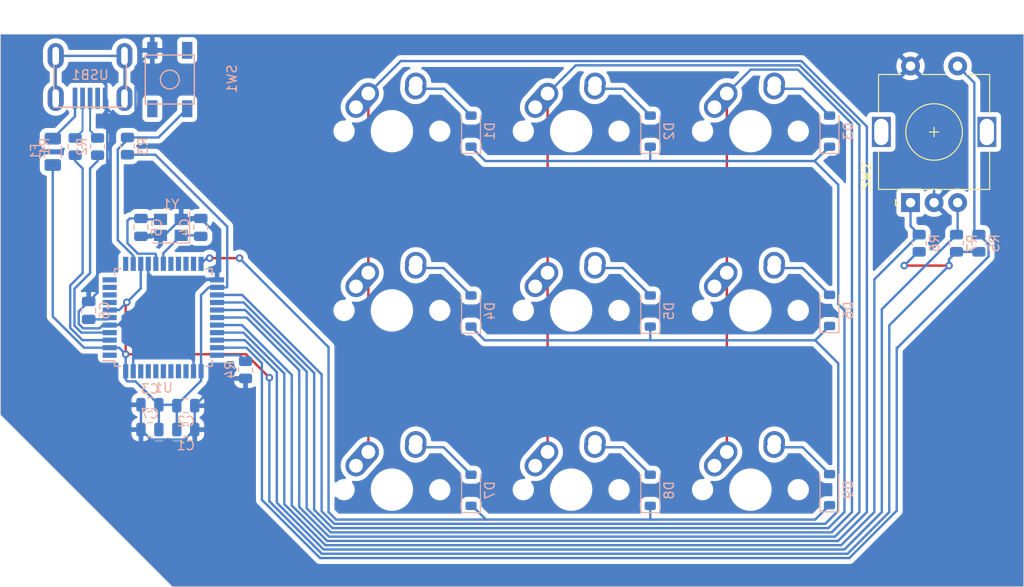
<source format=kicad_pcb>
(kicad_pcb (version 20221018) (generator pcbnew)
  (layers (0 "F.Cu" signal) (31 "B.Cu" signal) (34 "B.Paste" user) (35 "F.Paste" user) (36 "B.SilkS" user "B.Silkscreen") (37 "F.SilkS" user "F.Silkscreen") (38 "B.Mask" user) (39 "F.Mask" user) (44 "Edge.Cuts" user))
  (net 0 "")
  (net 1 "+5V")
  (net 2 "GND")
  (net 3 "Net-(U1-XTAL1)")
  (net 4 "Net-(U1-XTAL2)")
  (net 5 "Net-(U1-UCAP)")
  (net 6 "ROW0")
  (net 7 "Net-(D1-A)")
  (net 8 "Net-(D2-A)")
  (net 9 "Net-(D3-A)")
  (net 10 "ROW1")
  (net 11 "Net-(D4-A)")
  (net 12 "Net-(D5-A)")
  (net 13 "Net-(D6-A)")
  (net 14 "ROW2")
  (net 15 "Net-(D7-A)")
  (net 16 "Net-(D8-A)")
  (net 17 "Net-(D9-A)")
  (net 18 "VCC")
  (net 19 "D-")
  (net 20 "Net-(U1-D-)")
  (net 21 "D+")
  (net 22 "Net-(U1-D+)")
  (net 23 "Net-(U1-~{RESET})")
  (net 24 "Net-(U1-~{HWB}{slash}PE2)")
  (net 43 "unconnected-(USB1-SHIELD-Pad6)")
  (net 44 "COL0")
  (net 45 "COL1")
  (net 46 "COL2")
  (net 47 "ENCBTN")
  (net 48 "ENCA")
  (net 49 "ENCB")
  (footprint "MX_Alps_Hybrid:MX-1U-NoLED" (layer "F.Cu") (at 186.61975 85.617)
    (fp_text reference "MX7")
    (fp_text value "MX-NoLED")
  )
  (footprint "MX_Alps_Hybrid:MX-1U-NoLED" (layer "F.Cu") (at 205.64575 66.591)
    (fp_text reference "MX5")
    (fp_text value "MX-NoLED")
  )
  (footprint "MX_Alps_Hybrid:MX-1U-NoLED" (layer "F.Cu") (at 186.61975 66.591)
    (fp_text reference "MX4")
    (fp_text value "MX-NoLED")
  )
  (footprint "Rotary_Encoder:RotaryEncoder_Alps_EC11E-Switch_Vertical_H20mm" (layer "F.Cu") (at 241.667 55.15 90)
    (fp_text reference "SW2")
    (fp_text value "RotaryEncoder_Switch")
  )
  (footprint "MX_Alps_Hybrid:MX-1U-NoLED" (layer "F.Cu") (at 186.61975 47.565)
    (fp_text reference "MX1")
    (fp_text value "MX-NoLED")
  )
  (footprint "MX_Alps_Hybrid:MX-1U-NoLED" (layer "F.Cu") (at 205.64575 47.565)
    (fp_text reference "MX2")
    (fp_text value "MX-NoLED")
  )
  (footprint "MX_Alps_Hybrid:MX-1U-NoLED" (layer "F.Cu") (at 224.67175 66.591)
    (fp_text reference "MX6")
    (fp_text value "MX-NoLED")
  )
  (footprint "MX_Alps_Hybrid:MX-1U-NoLED" (layer "F.Cu") (at 205.64575 85.617)
    (fp_text reference "MX8")
    (fp_text value "MX-NoLED")
  )
  (footprint "MX_Alps_Hybrid:MX-1U-NoLED" (layer "F.Cu") (at 224.67175 47.565)
    (fp_text reference "MX3")
    (fp_text value "MX-NoLED")
  )
  (footprint "MX_Alps_Hybrid:MX-1U-NoLED" (layer "F.Cu") (at 224.67175 85.617)
    (fp_text reference "MX9")
    (fp_text value "MX-NoLED")
  )
  (footprint "Capacitor_SMD:C_0805_2012Metric" (layer "B.Cu") (at 164.74125 76.6995)
    (fp_text reference "C2")
    (fp_text value "0.1uF")
  )
  (footprint "Crystal:Crystal_SMD_3225-4Pin_3.2x2.5mm" (layer "B.Cu") (at 163.15575 57.77725 180)
    (fp_text reference "Y1")
    (fp_text value "16MHz")
  )
  (footprint "Capacitor_SMD:C_0805_2012Metric" (layer "B.Cu") (at 160.93475 79.23875 180)
    (fp_text reference "C7")
    (fp_text value "10uF")
  )
  (footprint "Fuse:Fuse_1206_3216Metric" (layer "B.Cu") (at 150.6225 49.75775 -90)
    (fp_text reference "F1")
    (fp_text value "500mA")
  )
  (footprint "Capacitor_SMD:C_0805_2012Metric" (layer "B.Cu") (at 164.74125 79.23875)
    (fp_text reference "C1")
    (fp_text value "0.1uF")
  )
  (footprint "Diode_SMD:D_SOD-123" (layer "B.Cu") (at 233.0685 85.617 90)
    (fp_text reference "D9")
    (fp_text value "SOD_123")
  )
  (footprint "Capacitor_SMD:C_0805_2012Metric" (layer "B.Cu") (at 154.4355 66.591 90)
    (fp_text reference "C6")
    (fp_text value "1uF")
  )
  (footprint "Diode_SMD:D_SOD-123" (layer "B.Cu") (at 195.0165 66.6555 90)
    (fp_text reference "D4")
    (fp_text value "SOD_123")
  )
  (footprint "random-keyboard-parts:Molex-0548190589" (layer "B.Cu") (at 154.58625 39.57175 -90)
    (fp_text reference "USB1")
    (fp_text value "Molex-0548190589")
  )
  (footprint "Capacitor_SMD:C_0805_2012Metric" (layer "B.Cu") (at 160.93475 76.605 180)
    (fp_text reference "C3")
    (fp_text value "0.1uF")
  )
  (footprint "Capacitor_SMD:C_0805_2012Metric" (layer "B.Cu") (at 159.98475 57.77725 90)
    (fp_text reference "C5")
    (fp_text value "22pF")
  )
  (footprint "Capacitor_SMD:C_0805_2012Metric" (layer "B.Cu") (at 166.32675 57.77725 -90)
    (fp_text reference "C4")
    (fp_text value "22pF")
  )
  (footprint "Diode_SMD:D_SOD-123" (layer "B.Cu") (at 214.0425 85.6815 90)
    (fp_text reference "D8")
    (fp_text value "SOD_123")
  )
  (footprint "Package_QFP:TQFP-44_10x10mm_P0.8mm" (layer "B.Cu") (at 162.363 67.3475)
    (fp_text reference "U1")
    (fp_text value "ATmega32U4-A")
  )
  (footprint "Resistor_SMD:R_0805_2012Metric" (layer "B.Cu") (at 158.55 49.1505 90)
    (fp_text reference "R3")
    (fp_text value "10k")
  )
  (footprint "Resistor_SMD:R_0805_2012Metric" (layer "B.Cu") (at 155.379 49.2045 -90)
    (fp_text reference "R2")
    (fp_text value "22")
  )
  (footprint "Resistor_SMD:R_0805_2012Metric" (layer "B.Cu") (at 153.00075 49.2045 -90)
    (fp_text reference "R1")
    (fp_text value "22")
  )
  (footprint "Diode_SMD:D_SOD-123" (layer "B.Cu") (at 214.0425 66.6555 90)
    (fp_text reference "D5")
    (fp_text value "SOD_123")
  )
  (footprint "Diode_SMD:D_SOD-123" (layer "B.Cu") (at 195.0165 85.6815 90)
    (fp_text reference "D7")
    (fp_text value "SOD_123")
  )
  (footprint "Resistor_SMD:R_0805_2012Metric" (layer "B.Cu") (at 246.54525 59.45625 90)
    (fp_text reference "R7")
    (fp_text value "5k")
  )
  (footprint "Resistor_SMD:R_0805_2012Metric" (layer "B.Cu") (at 248.9235 59.45625 90)
    (fp_text reference "R5")
    (fp_text value "5k")
  )
  (footprint "Diode_SMD:D_SOD-123" (layer "B.Cu") (at 233.0685 47.565 90)
    (fp_text reference "D3")
    (fp_text value "SOD_123")
  )
  (footprint "Resistor_SMD:R_0805_2012Metric" (layer "B.Cu") (at 242.5815 59.45625 90)
    (fp_text reference "R6")
    (fp_text value "5k")
  )
  (footprint "Diode_SMD:D_SOD-123" (layer "B.Cu") (at 195.0165 47.565 90)
    (fp_text reference "D1")
    (fp_text value "SOD_123")
  )
  (footprint "random-keyboard-parts:SKQG-1155865" (layer "B.Cu") (at 163.042 42.08675 90)
    (fp_text reference "SW1")
    (fp_text value "SW_Push")
  )
  (footprint "Diode_SMD:D_SOD-123" (layer "B.Cu") (at 214.0425 47.565 90)
    (fp_text reference "D2")
    (fp_text value "SOD_123")
  )
  (footprint "Diode_SMD:D_SOD-123" (layer "B.Cu") (at 233.0685 66.591 90)
    (fp_text reference "D6")
    (fp_text value "SOD_123")
  )
  (footprint "Resistor_SMD:R_0805_2012Metric" (layer "B.Cu") (at 171.08325 72.89675 -90)
    (fp_text reference "R4")
    (fp_text value "10k")
  )
  (gr_poly (pts (xy 163.3065 95.92275) (xy 253.68 95.92275) (xy 253.68 37.25925) (xy 145.07325 37.25925) (xy 145.07325 77.6895)) (stroke (width 0.1)) (fill none) (layer "Edge.Cuts"))
  (segment (start 240.996 61.8345) (end 245.7525 61.8345) (width 0.254) (layer "F.Cu") (net 1))
  (segment (start 173.61225 73.72575) (end 171.13 71.2435) (width 0.254) (layer "F.Cu") (net 1))
  (segment (start 158.363 71.2435) (end 158.363 65.8515) (width 0.254) (layer "F.Cu") (net 1))
  (segment (start 158.363 65.8515) (end 158.483125 65.731375) (width 0.254) (layer "F.Cu") (net 1))
  (segment (start 171.13 71.2435) (end 158.363 71.2435) (width 0.254) (layer "F.Cu") (net 1))
  (via (at 173.61225 73.72575) (size 0.8) (drill 0.4) (layers "F.Cu" "B.Cu") (net 1))
  (via (at 240.996 61.8345) (size 0.8) (drill 0.4) (layers "F.Cu" "B.Cu") (net 1))
  (via (at 158.483125 65.731375) (size 0.8) (drill 0.4) (layers "F.Cu" "B.Cu") (net 1))
  (via (at 245.7525 61.8345) (size 0.8) (drill 0.4) (layers "F.Cu" "B.Cu") (net 1))
  (via (at 158.363 71.2435) (size 0.8) (drill 0.4) (layers "F.Cu" "B.Cu") (net 1))
  (segment (start 161.5065 50.063) (end 158.55 50.063) (width 0.254) (layer "B.Cu") (net 1))
  (segment (start 167.184 64.1475) (end 166.363 64.9685) (width 0.254) (layer "B.Cu") (net 1))
  (segment (start 163.69675 76.605) (end 163.79125 76.6995) (width 0.254) (layer "B.Cu") (net 1))
  (segment (start 156.663 70.5475) (end 157.667 70.5475) (width 0.254) (layer "B.Cu") (net 1))
  (segment (start 168.063 64.1475) (end 167.184 64.1475) (width 0.254) (layer "B.Cu") (net 1))
  (segment (start 150.6225 67.233052) (end 150.6225 53.11425) (width 0.254) (layer "B.Cu") (net 1))
  (segment (start 239.4105 87.99525) (end 234.98575 92.42) (width 0.254) (layer "B.Cu") (net 1))
  (segment (start 166.363 74.0515) (end 166.363 73.0475) (width 0.254) (layer "B.Cu") (net 1))
  (segment (start 159.963 64.2515) (end 159.963 61.6475) (width 0.254) (layer "B.Cu") (net 1))
  (segment (start 242.46175 60.36875) (end 240.996 61.8345) (width 0.254) (layer "B.Cu") (net 1))
  (segment (start 150.6225 51.15775) (end 150.6225 53.11425) (width 0.254) (layer "B.Cu") (net 1))
  (segment (start 158.363 71.2435) (end 158.363 73.0475) (width 0.254) (layer "B.Cu") (net 1))
  (segment (start 158.561 74.1245) (end 158.363 73.9265) (width 0.254) (layer "B.Cu") (net 1))
  (segment (start 245.7525 61.1615) (end 246.54525 60.36875) (width 0.254) (layer "B.Cu") (net 1))
  (segment (start 158.483125 65.731375) (end 159.963 64.2515) (width 0.254) (layer "B.Cu") (net 1))
  (segment (start 169.14 64.0745) (end 169.14 57.6965) (width 0.254) (layer "B.Cu") (net 1))
  (segment (start 173.61225 86.847933) (end 173.61225 73.72575) (width 0.254) (layer "B.Cu") (net 1))
  (segment (start 248.9235 60.36875) (end 246.54525 60.36875) (width 0.254) (layer "B.Cu") (net 1))
  (segment (start 245.7525 61.8345) (end 239.4105 68.1765) (width 0.254) (layer "B.Cu") (net 1))
  (segment (start 161.88475 76.605) (end 159.40425 74.1245) (width 0.254) (layer "B.Cu") (net 1))
  (segment (start 163.79125 76.6995) (end 163.79125 76.62325) (width 0.254) (layer "B.Cu") (net 1))
  (segment (start 156.663 66.5475) (end 157.667 66.5475) (width 0.254) (layer "B.Cu") (net 1))
  (segment (start 239.4105 68.1765) (end 239.4105 87.99525) (width 0.254) (layer "B.Cu") (net 1))
  (segment (start 161.88475 76.605) (end 161.88475 79.23875) (width 0.254) (layer "B.Cu") (net 1))
  (segment (start 153.936948 70.5475) (end 150.6225 67.233052) (width 0.254) (layer "B.Cu") (net 1))
  (segment (start 157.667 66.5475) (end 158.483125 65.731375) (width 0.254) (layer "B.Cu") (net 1))
  (segment (start 163.79125 76.6995) (end 163.79125 79.23875) (width 0.254) (layer "B.Cu") (net 1))
  (segment (start 163.79125 76.62325) (end 166.363 74.0515) (width 0.254) (layer "B.Cu") (net 1))
  (segment (start 157.667 70.5475) (end 158.363 71.2435) (width 0.254) (layer "B.Cu") (net 1))
  (segment (start 234.98575 92.42) (end 179.184317 92.42) (width 0.254) (layer "B.Cu") (net 1))
  (segment (start 245.7525 61.8345) (end 245.7525 61.1615) (width 0.254) (layer "B.Cu") (net 1))
  (segment (start 242.5815 60.36875) (end 242.46175 60.36875) (width 0.254) (layer "B.Cu") (net 1))
  (segment (start 158.363 73.9265) (end 158.363 73.0475) (width 0.254) (layer "B.Cu") (net 1))
  (segment (start 156.663 70.5475) (end 153.936948 70.5475) (width 0.254) (layer "B.Cu") (net 1))
  (segment (start 169.14 57.6965) (end 161.5065 50.063) (width 0.254) (layer "B.Cu") (net 1))
  (segment (start 168.063 64.1475) (end 169.067 64.1475) (width 0.254) (layer "B.Cu") (net 1))
  (segment (start 161.88475 76.605) (end 163.69675 76.605) (width 0.254) (layer "B.Cu") (net 1))
  (segment (start 169.067 64.1475) (end 169.14 64.0745) (width 0.254) (layer "B.Cu") (net 1))
  (segment (start 159.40425 74.1245) (end 158.561 74.1245) (width 0.254) (layer "B.Cu") (net 1))
  (segment (start 166.363 64.9685) (end 166.363 73.0475) (width 0.254) (layer "B.Cu") (net 1))
  (segment (start 179.184317 92.42) (end 173.61225 86.847933) (width 0.254) (layer "B.Cu") (net 1))
  (segment (start 160.763 64.9265) (end 160.763 61.6475) (width 0.254) (layer "B.Cu") (net 2))
  (segment (start 164.17225 56.92725) (end 164.25575 56.92725) (width 0.254) (layer "B.Cu") (net 2))
  (segment (start 159.98475 58.72725) (end 161.95575 58.72725) (width 0.254) (layer "B.Cu") (net 2))
  (segment (start 156.18625 44.07175) (end 156.406 44.2915) (width 0.254) (layer "B.Cu") (net 2))
  (segment (start 244.167 43.15) (end 244.167 55.15) (width 0.254) (layer "B.Cu") (net 2))
  (segment (start 168.063 63.3475) (end 161.459 63.3475) (width 0.254) (layer "B.Cu") (net 2))
  (segment (start 157.219 45.9795) (end 156.18625 44.94675) (width 0.254) (layer "B.Cu") (net 2))
  (segment (start 162.47225 58.62725) (end 164.17225 56.92725) (width 0.254) (layer "B.Cu") (net 2))
  (segment (start 155.379 52.3215) (end 155.379 64.6975) (width 0.254) (layer "B.Cu") (net 2))
  (segment (start 159.41325 40.7655) (end 159.41325 45.909) (width 0.254) (layer "B.Cu") (net 2))
  (segment (start 168.5815 73.80925) (end 171.08325 73.80925) (width 0.254) (layer "B.Cu") (net 2))
  (segment (start 160.763 62.5265) (end 160.763 61.6475) (width 0.254) (layer "B.Cu") (net 2))
  (segment (start 161.95575 58.72725) (end 162.05575 58.62725) (width 0.254) (layer "B.Cu") (net 2))
  (segment (start 165.69125 76.6995) (end 165.69125 79.23875) (width 0.254) (layer "B.Cu") (net 2))
  (segment (start 160.763 62.6515) (end 160.763 61.6475) (width 0.254) (layer "B.Cu") (net 2))
  (segment (start 156.18625 44.94675) (end 156.18625 44.07175) (width 0.254) (layer "B.Cu") (net 2))
  (segment (start 165.563 69.7265) (end 160.763 64.9265) (width 0.254) (layer "B.Cu") (net 2))
  (segment (start 166.22675 56.92725) (end 166.32675 56.82725) (width 0.254) (layer "B.Cu") (net 2))
  (segment (start 161.192 38.98675) (end 159.41325 40.7655) (width 0.254) (layer "B.Cu") (net 2))
  (segment (start 153.846999 68.4935) (end 155.586 68.4935) (width 0.254) (layer "B.Cu") (net 2))
  (segment (start 164.63925 80.29075) (end 165.69125 79.23875) (width 0.254) (layer "B.Cu") (net 2))
  (segment (start 165.563 73.0475) (end 165.563 69.7265) (width 0.254) (layer "B.Cu") (net 2))
  (segment (start 159.98475 79.23875) (end 159.98475 76.605) (width 0.254) (layer "B.Cu") (net 2))
  (segment (start 159.220625 66.468875) (end 160.763 64.9265) (width 0.254) (layer "B.Cu") (net 2))
  (segment (start 156.406 44.2915) (end 156.406 51.2945) (width 0.254) (layer "B.Cu") (net 2))
  (segment (start 159.41325 45.909) (end 159.34275 45.9795) (width 0.254) (layer "B.Cu") (net 2))
  (segment (start 154.4355 65.641) (end 153.3835 66.693) (width 0.254) (layer "B.Cu") (net 2))
  (segment (start 168.063 58.5635) (end 168.063 63.3475) (width 0.254) (layer "B.Cu") (net 2))
  (segment (start 156.663 68.1475) (end 157.542 68.1475) (width 0.254) (layer "B.Cu") (net 2))
  (segment (start 155.379 64.6975) (end 154.4355 65.641) (width 0.254) (layer "B.Cu") (net 2))
  (segment (start 159.34275 45.9795) (end 157.219 45.9795) (width 0.254) (layer "B.Cu") (net 2))
  (segment (start 159.163 73.0475) (end 159.163 66.5265) (width 0.254) (layer "B.Cu") (net 2))
  (segment (start 155.932 68.1475) (end 156.663 68.1475) (width 0.254) (layer "B.Cu") (net 2))
  (segment (start 166.32675 56.82725) (end 168.063 58.5635) (width 0.254) (layer "B.Cu") (net 2))
  (segment (start 161.459 63.3475) (end 160.763 62.6515) (width 0.254) (layer "B.Cu") (net 2))
  (segment (start 241.667 40.65) (end 244.167 43.15) (width 0.254) (layer "B.Cu") (net 2))
  (segment (start 153.3835 66.693) (end 153.3835 68.030001) (width 0.254) (layer "B.Cu") (net 2))
  (segment (start 153.3835 68.030001) (end 153.846999 68.4935) (width 0.254) (layer "B.Cu") (net 2))
  (segment (start 155.586 68.4935) (end 155.932 68.1475) (width 0.254) (layer "B.Cu") (net 2))
  (segment (start 161.03675 80.29075) (end 164.63925 80.29075) (width 0.254) (layer "B.Cu") (net 2))
  (segment (start 164.25575 56.92725) (end 166.22675 56.92725) (width 0.254) (layer "B.Cu") (net 2))
  (segment (start 162.05575 58.62725) (end 162.47225 58.62725) (width 0.254) (layer "B.Cu") (net 2))
  (segment (start 156.406 51.2945) (end 155.379 52.3215) (width 0.254) (layer "B.Cu") (net 2))
  (segment (start 157.542 68.1475) (end 159.220625 66.468875) (width 0.254) (layer "B.Cu") (net 2))
  (segment (start 159.163 66.5265) (end 159.220625 66.468875) (width 0.254) (layer "B.Cu") (net 2))
  (segment (start 165.69125 76.6995) (end 168.5815 73.80925) (width 0.254) (layer "B.Cu") (net 2))
  (segment (start 159.98475 79.23875) (end 161.03675 80.29075) (width 0.254) (layer "B.Cu") (net 2))
  (segment (start 162.363 60.52) (end 162.363 61.6475) (width 0.254) (layer "B.Cu") (net 3))
  (segment (start 166.22675 58.62725) (end 166.32675 58.72725) (width 0.254) (layer "B.Cu") (net 3))
  (segment (start 164.25575 58.62725) (end 162.363 60.52) (width 0.254) (layer "B.Cu") (net 3))
  (segment (start 164.25575 58.62725) (end 166.22675 58.62725) (width 0.254) (layer "B.Cu") (net 3))
  (segment (start 161.563 60.6435) (end 161.563 61.6475) (width 0.254) (layer "B.Cu") (net 4))
  (segment (start 160.08475 56.92725) (end 159.98475 56.82725) (width 0.254) (layer "B.Cu") (net 4))
  (segment (start 162.05575 56.92725) (end 160.08475 56.92725) (width 0.254) (layer "B.Cu") (net 4))
  (segment (start 159.66425 60.5705) (end 161.49 60.5705) (width 0.254) (layer "B.Cu") (net 4))
  (segment (start 161.49 60.5705) (end 161.563 60.6435) (width 0.254) (layer "B.Cu") (net 4))
  (segment (start 158.55 57.078) (end 158.55 59.45625) (width 0.254) (layer "B.Cu") (net 4))
  (segment (start 158.80075 56.82725) (end 158.55 57.078) (width 0.254) (layer "B.Cu") (net 4))
  (segment (start 159.98475 56.82725) (end 158.80075 56.82725) (width 0.254) (layer "B.Cu") (net 4))
  (segment (start 158.55 59.45625) (end 159.66425 60.5705) (width 0.254) (layer "B.Cu") (net 4))
  (segment (start 154.4355 67.541) (end 156.4695 67.541) (width 0.254) (layer "B.Cu") (net 5))
  (segment (start 156.4695 67.541) (end 156.663 67.3475) (width 0.254) (layer "B.Cu") (net 5))
  (segment (start 214.0425 50.736) (end 196.5375 50.736) (width 0.254) (layer "B.Cu") (net 6))
  (segment (start 178.36875 73.234396) (end 170.881854 65.7475) (width 0.254) (layer "B.Cu") (net 6))
  (segment (start 232.2831 49.9359) (end 231.483 50.736) (width 0.254) (layer "B.Cu") (net 6))
  (segment (start 234.654 66.591854) (end 234.654 87.99525) (width 0.254) (layer "B.Cu") (net 6))
  (segment (start 214.0425 49.215) (end 214.0425 50.736) (width 0.254) (layer "B.Cu") (net 6))
  (segment (start 232.3476 49.9359) (end 232.2831 49.9359) (width 0.254) (layer "B.Cu") (net 6))
  (segment (start 232.95325 89.696) (end 180.31263 89.696) (width 0.254) (layer "B.Cu") (net 6))
  (segment (start 233.0685 49.215) (end 232.3476 49.9359) (width 0.254) (layer "B.Cu") (net 6))
  (segment (start 180.31263 89.696) (end 178.36875 87.75212) (width 0.254) (layer "B.Cu") (net 6))
  (segment (start 231.483 50.736) (end 214.0425 50.736) (width 0.254) (layer "B.Cu") (net 6))
  (segment (start 234.654 87.99525) (end 232.95325 89.696) (width 0.254) (layer "B.Cu") (net 6))
  (segment (start 231.483 50.736) (end 233.9955 53.2485) (width 0.254) (layer "B.Cu") (net 6))
  (segment (start 233.9955 65.933354) (end 234.654 66.591854) (width 0.254) (layer "B.Cu") (net 6))
  (segment (start 233.9955 53.2485) (end 233.9955 65.933354) (width 0.254) (layer "B.Cu") (net 6))
  (segment (start 178.36875 87.75212) (end 178.36875 73.234396) (width 0.254) (layer "B.Cu") (net 6))
  (segment (start 170.881854 65.7475) (end 168.063 65.7475) (width 0.254) (layer "B.Cu") (net 6))
  (segment (start 196.5375 50.736) (end 195.0165 49.215) (width 0.254) (layer "B.Cu") (net 6))
  (segment (start 189.15975 43.025) (end 189.11975 43.065) (width 0.254) (layer "B.Cu") (net 7))
  (segment (start 192.1665 43.065) (end 195.0165 45.915) (width 0.254) (layer "B.Cu") (net 7))
  (segment (start 189.15975 42.485) (end 189.15975 43.025) (width 0.254) (layer "B.Cu") (net 7))
  (segment (start 189.11975 43.065) (end 192.1665 43.065) (width 0.254) (layer "B.Cu") (net 7))
  (segment (start 208.14575 43.065) (end 211.1925 43.065) (width 0.254) (layer "B.Cu") (net 8))
  (segment (start 208.14575 43.065) (end 208.14575 42.525) (width 0.254) (layer "B.Cu") (net 8))
  (segment (start 208.14575 42.525) (end 208.18575 42.485) (width 0.254) (layer "B.Cu") (net 8))
  (segment (start 211.1925 43.065) (end 214.0425 45.915) (width 0.254) (layer "B.Cu") (net 8))
  (segment (start 230.2185 43.065) (end 233.0685 45.915) (width 0.254) (layer "B.Cu") (net 9))
  (segment (start 227.17175 43.065) (end 227.17175 42.525) (width 0.254) (layer "B.Cu") (net 9))
  (segment (start 227.17175 43.065) (end 230.2185 43.065) (width 0.254) (layer "B.Cu") (net 9))
  (segment (start 227.17175 42.525) (end 227.21175 42.485) (width 0.254) (layer "B.Cu") (net 9))
  (segment (start 179.1615 73.385094) (end 170.723906 64.9475) (width 0.254) (layer "B.Cu") (net 10))
  (segment (start 233.9955 72.21) (end 233.9955 87.861) (width 0.254) (layer "B.Cu") (net 10))
  (segment (start 179.1615 87.902818) (end 179.1615 73.385094) (width 0.254) (layer "B.Cu") (net 10))
  (segment (start 195.0165 68.3055) (end 196.473 69.762) (width 0.254) (layer "B.Cu") (net 10))
  (segment (start 170.723906 64.9475) (end 168.063 64.9475) (width 0.254) (layer "B.Cu") (net 10))
  (segment (start 180.500682 89.242) (end 179.1615 87.902818) (width 0.254) (layer "B.Cu") (net 10))
  (segment (start 233.9955 87.861) (end 232.6145 89.242) (width 0.254) (layer "B.Cu") (net 10))
  (segment (start 231.5475 69.762) (end 233.0685 68.241) (width 0.254) (layer "B.Cu") (net 10))
  (segment (start 214.0425 69.762) (end 231.5475 69.762) (width 0.254) (layer "B.Cu") (net 10))
  (segment (start 196.473 69.762) (end 214.0425 69.762) (width 0.254) (layer "B.Cu") (net 10))
  (segment (start 214.0425 68.3055) (end 214.0425 69.762) (width 0.254) (layer "B.Cu") (net 10))
  (segment (start 232.6145 89.242) (end 180.500682 89.242) (width 0.254) (layer "B.Cu") (net 10))
  (segment (start 231.5475 69.762) (end 233.9955 72.21) (width 0.254) (layer "B.Cu") (net 10))
  (segment (start 192.102 62.091) (end 195.0165 65.0055) (width 0.254) (layer "B.Cu") (net 11))
  (segment (start 189.11975 62.091) (end 192.102 62.091) (width 0.254) (layer "B.Cu") (net 11))
  (segment (start 211.128 62.091) (end 214.0425 65.0055) (width 0.254) (layer "B.Cu") (net 12))
  (segment (start 208.14575 62.091) (end 211.128 62.091) (width 0.254) (layer "B.Cu") (net 12))
  (segment (start 208.14575 62.091) (end 208.14575 61.551) (width 0.254) (layer "B.Cu") (net 12))
  (segment (start 208.14575 61.551) (end 208.18575 61.511) (width 0.254) (layer "B.Cu") (net 12))
  (segment (start 230.2185 62.091) (end 233.0685 64.941) (width 0.254) (layer "B.Cu") (net 13))
  (segment (start 227.17175 62.091) (end 227.17175 61.551) (width 0.254) (layer "B.Cu") (net 13))
  (segment (start 227.17175 62.091) (end 230.2185 62.091) (width 0.254) (layer "B.Cu") (net 13))
  (segment (start 227.17175 61.551) (end 227.21175 61.511) (width 0.254) (layer "B.Cu") (net 13))
  (segment (start 170.44125 61.04175) (end 167.27025 61.04175) (width 0.254) (layer "F.Cu") (net 14))
  (via (at 170.44125 61.04175) (size 0.8) (drill 0.4) (layers "F.Cu" "B.Cu") (net 14))
  (via (at 167.27025 61.04175) (size 0.8) (drill 0.4) (layers "F.Cu" "B.Cu") (net 14))
  (segment (start 231.5475 88.788) (end 233.0685 87.267) (width 0.254) (layer "B.Cu") (net 14))
  (segment (start 214.0425 87.3315) (end 214.0425 88.788) (width 0.254) (layer "B.Cu") (net 14))
  (segment (start 195.0165 87.3315) (end 195.1455 87.3315) (width 0.254) (layer "B.Cu") (net 14))
  (segment (start 179.895984 87.99525) (end 179.895984 86.40975) (width 0.254) (layer "B.Cu") (net 14))
  (segment (start 196.602 88.788) (end 214.0425 88.788) (width 0.254) (layer "B.Cu") (net 14))
  (segment (start 195.1455 87.3315) (end 196.602 88.788) (width 0.254) (layer "B.Cu") (net 14))
  (segment (start 179.895984 70.496484) (end 170.44125 61.04175) (width 0.254) (layer "B.Cu") (net 14))
  (segment (start 166.96875 61.04175) (end 166.363 61.6475) (width 0.254) (layer "B.Cu") (net 14))
  (segment (start 180.688734 88.788) (end 196.602 88.788) (width 0.254) (layer "B.Cu") (net 14))
  (segment (start 214.0425 88.788) (end 231.5475 88.788) (width 0.254) (layer "B.Cu") (net 14))
  (segment (start 180.688734 88.788) (end 179.895984 87.99525) (width 0.254) (layer "B.Cu") (net 14))
  (segment (start 167.27025 61.04175) (end 166.96875 61.04175) (width 0.254) (layer "B.Cu") (net 14))
  (segment (start 179.895984 86.40975) (end 179.895984 70.496484) (width 0.254) (layer "B.Cu") (net 14))
  (segment (start 192.102 81.117) (end 195.0165 84.0315) (width 0.254) (layer "B.Cu") (net 15))
  (segment (start 189.11975 81.117) (end 192.102 81.117) (width 0.254) (layer "B.Cu") (net 15))
  (segment (start 208.14575 81.117) (end 211.128 81.117) (width 0.254) (layer "B.Cu") (net 16))
  (segment (start 211.128 81.117) (end 214.0425 84.0315) (width 0.254) (layer "B.Cu") (net 16))
  (segment (start 227.17175 81.117) (end 230.2185 81.117) (width 0.254) (layer "B.Cu") (net 17))
  (segment (start 230.2185 81.117) (end 233.0685 83.967) (width 0.254) (layer "B.Cu") (net 17))
  (segment (start 152.98625 45.994) (end 152.98625 44.07175) (width 0.254) (layer "B.Cu") (net 18))
  (segment (start 150.6225 48.35775) (end 152.98625 45.994) (width 0.254) (layer "B.Cu") (net 18))
  (segment (start 153.78625 44.07175) (end 153.78625 47.5065) (width 0.2) (layer "B.Cu") (net 19))
  (segment (start 153.78625 47.5065) (end 153.00075 48.292) (width 0.2) (layer "B.Cu") (net 19))
  (segment (start 153.00075 50.117) (end 153.00075 50.736) (width 0.254) (layer "B.Cu") (net 20))
  (segment (start 153.7935 51.52875) (end 153.7935 62.62725) (width 0.254) (layer "B.Cu") (net 20))
  (segment (start 153.00075 50.736) (end 153.7935 51.52875) (width 0.254) (layer "B.Cu") (net 20))
  (segment (start 153.7935 62.62725) (end 152.4755 63.94525) (width 0.254) (layer "B.Cu") (net 20))
  (segment (start 152.4755 68.444) (end 153.779 69.7475) (width 0.254) (layer "B.Cu") (net 20))
  (segment (start 152.4755 63.94525) (end 152.4755 68.444) (width 0.254) (layer "B.Cu") (net 20))
  (segment (start 153.779 69.7475) (end 156.663 69.7475) (width 0.254) (layer "B.Cu") (net 20))
  (segment (start 154.58625 44.07175) (end 154.58625 47.49925) (width 0.2) (layer "B.Cu") (net 21))
  (segment (start 154.58625 47.49925) (end 155.379 48.292) (width 0.2) (layer "B.Cu") (net 21))
  (segment (start 153.658947 68.9475) (end 156.663 68.9475) (width 0.254) (layer "B.Cu") (net 22))
  (segment (start 154.58625 62.62725) (end 152.9295 64.284) (width 0.254) (layer "B.Cu") (net 22))
  (segment (start 154.58625 51.52875) (end 154.58625 62.62725) (width 0.254) (layer "B.Cu") (net 22))
  (segment (start 152.9295 64.284) (end 152.9295 68.218053) (width 0.254) (layer "B.Cu") (net 22))
  (segment (start 152.9295 68.218053) (end 153.658947 68.9475) (width 0.254) (layer "B.Cu") (net 22))
  (segment (start 155.379 50.736) (end 154.58625 51.52875) (width 0.254) (layer "B.Cu") (net 22))
  (segment (start 155.379 50.117) (end 155.379 50.736) (width 0.254) (layer "B.Cu") (net 22))
  (segment (start 161.84075 48.238) (end 158.55 48.238) (width 0.254) (layer "B.Cu") (net 23))
  (segment (start 164.892 45.18675) (end 161.84075 48.238) (width 0.254) (layer "B.Cu") (net 23))
  (segment (start 157.523 49.501501) (end 157.523 59.1285) (width 0.254) (layer "B.Cu") (net 23))
  (segment (start 159.163 60.7685) (end 159.163 61.6475) (width 0.254) (layer "B.Cu") (net 23))
  (segment (start 157.523 59.1285) (end 159.163 60.7685) (width 0.254) (layer "B.Cu") (net 23))
  (segment (start 158.55 48.474501) (end 157.523 49.501501) (width 0.254) (layer "B.Cu") (net 23))
  (segment (start 158.55 48.238) (end 158.55 48.474501) (width 0.254) (layer "B.Cu") (net 23))
  (segment (start 171.08325 71.98425) (end 170.4465 71.3475) (width 0.254) (layer "B.Cu") (net 24))
  (segment (start 170.4465 71.3475) (end 168.063 71.3475) (width 0.254) (layer "B.Cu") (net 24))
  (segment (start 158.23625 39.57175) (end 150.93625 39.57175) (width 0.254) (layer "B.Cu") (net 43))
  (segment (start 158.23625 44.07175) (end 158.23625 39.57175) (width 0.254) (layer "B.Cu") (net 43))
  (segment (start 150.93625 39.57175) (end 150.93625 44.07175) (width 0.254) (layer "B.Cu") (net 43))
  (segment (start 184.11975 43.565) (end 184.11975 62.591) (width 0.254) (layer "F.Cu") (net 44))
  (segment (start 184.11975 62.591) (end 184.11975 81.617) (width 0.254) (layer "F.Cu") (net 44))
  (segment (start 175.9905 87.300026) (end 175.9905 73.436843) (width 0.254) (layer "B.Cu") (net 44))
  (segment (start 170.701157 68.1475) (end 168.063 68.1475) (width 0.254) (layer "B.Cu") (net 44))
  (segment (start 230.083604 40.125) (end 237.03225 47.073646) (width 0.254) (layer "B.Cu") (net 44))
  (segment (start 233.9695 91.058) (end 179.748474 91.058) (width 0.254) (layer "B.Cu") (net 44))
  (segment (start 179.748474 91.058) (end 175.9905 87.300026) (width 0.254) (layer "B.Cu") (net 44))
  (segment (start 187.55975 40.125) (end 230.083604 40.125) (width 0.254) (layer "B.Cu") (net 44))
  (segment (start 237.03225 47.073646) (end 237.03225 87.99525) (width 0.254) (layer "B.Cu") (net 44))
  (segment (start 184.11975 43.565) (end 187.55975 40.125) (width 0.254) (layer "B.Cu") (net 44))
  (segment (start 237.03225 87.99525) (end 233.9695 91.058) (width 0.254) (layer "B.Cu") (net 44))
  (segment (start 175.9905 73.436843) (end 170.701157 68.1475) (width 0.254) (layer "B.Cu") (net 44))
  (segment (start 203.14575 81.617) (end 203.14575 62.591) (width 0.254) (layer "F.Cu") (net 45))
  (segment (start 203.14575 62.591) (end 203.14575 43.565) (width 0.254) (layer "F.Cu") (net 45))
  (segment (start 206.13175 40.579) (end 229.895552 40.579) (width 0.254) (layer "B.Cu") (net 45))
  (segment (start 176.78325 72.933) (end 171.19775 67.3475) (width 0.254) (layer "B.Cu") (net 45))
  (segment (start 171.19775 67.3475) (end 168.063 67.3475) (width 0.254) (layer "B.Cu") (net 45))
  (segment (start 236.2395 46.922948) (end 236.2395 87.99525) (width 0.254) (layer "B.Cu") (net 45))
  (segment (start 203.14575 43.565) (end 206.13175 40.579) (width 0.254) (layer "B.Cu") (net 45))
  (segment (start 233.63075 90.604) (end 179.936526 90.604) (width 0.254) (layer "B.Cu") (net 45))
  (segment (start 229.895552 40.579) (end 236.2395 46.922948) (width 0.254) (layer "B.Cu") (net 45))
  (segment (start 176.78325 87.450724) (end 176.78325 72.933) (width 0.254) (layer "B.Cu") (net 45))
  (segment (start 236.2395 87.99525) (end 233.63075 90.604) (width 0.254) (layer "B.Cu") (net 45))
  (segment (start 179.936526 90.604) (end 176.78325 87.450724) (width 0.254) (layer "B.Cu") (net 45))
  (segment (start 222.17175 43.565) (end 222.17175 62.591) (width 0.254) (layer "F.Cu") (net 46))
  (segment (start 222.17175 62.591) (end 222.17175 81.617) (width 0.254) (layer "F.Cu") (net 46))
  (segment (start 233.292 90.15) (end 180.124578 90.15) (width 0.254) (layer "B.Cu") (net 46))
  (segment (start 235.44675 87.99525) (end 233.292 90.15) (width 0.254) (layer "B.Cu") (net 46))
  (segment (start 177.576 87.601422) (end 177.576 73.083698) (width 0.254) (layer "B.Cu") (net 46))
  (segment (start 224.70375 41.033) (end 229.7075 41.033) (width 0.254) (layer "B.Cu") (net 46))
  (segment (start 229.7075 41.033) (end 235.44675 46.77225) (width 0.254) (layer "B.Cu") (net 46))
  (segment (start 177.576 73.083698) (end 171.039802 66.5475) (width 0.254) (layer "B.Cu") (net 46))
  (segment (start 180.124578 90.15) (end 177.576 87.601422) (width 0.254) (layer "B.Cu") (net 46))
  (segment (start 171.039802 66.5475) (end 168.063 66.5475) (width 0.254) (layer "B.Cu") (net 46))
  (segment (start 235.44675 46.77225) (end 235.44675 87.99525) (width 0.254) (layer "B.Cu") (net 46))
  (segment (start 222.17175 43.565) (end 224.70375 41.033) (width 0.254) (layer "B.Cu") (net 46))
  (segment (start 249.9505 59.57075) (end 249.9505 60.870251) (width 0.254) (layer "B.Cu") (net 47))
  (segment (start 171.175001 70.5475) (end 168.063 70.5475) (width 0.254) (layer "B.Cu") (net 47))
  (segment (start 248.9235 58.54375) (end 249.9505 59.57075) (width 0.254) (layer "B.Cu") (net 47))
  (segment (start 235.173802 92.874) (end 178.996265 92.874) (width 0.254) (layer "B.Cu") (net 47))
  (segment (start 240.20325 87.844552) (end 235.173802 92.874) (width 0.254) (layer "B.Cu") (net 47))
  (segment (start 172.8195 86.697235) (end 172.8195 72.191999) (width 0.254) (layer "B.Cu") (net 47))
  (segment (start 248.9235 58.54375) (end 248.44 58.06025) (width 0.254) (layer "B.Cu") (net 47))
  (segment (start 240.266001 70.55475) (end 240.20325 70.55475) (width 0.254) (layer "B.Cu") (net 47))
  (segment (start 172.8195 72.191999) (end 171.175001 70.5475) (width 0.254) (layer "B.Cu") (net 47))
  (segment (start 178.996265 92.874) (end 172.8195 86.697235) (width 0.254) (layer "B.Cu") (net 47))
  (segment (start 248.44 58.06025) (end 248.44 42.423) (width 0.254) (layer "B.Cu") (net 47))
  (segment (start 248.44 42.423) (end 246.667 40.65) (width 0.254) (layer "B.Cu") (net 47))
  (segment (start 249.9505 60.870251) (end 240.266001 70.55475) (width 0.254) (layer "B.Cu") (net 47))
  (segment (start 240.20325 70.55475) (end 240.20325 87.844552) (width 0.254) (layer "B.Cu") (net 47))
  (segment (start 170.859105 68.9475) (end 168.063 68.9475) (width 0.254) (layer "B.Cu") (net 48))
  (segment (start 242.5815 58.54375) (end 237.825 63.30025) (width 0.254) (layer "B.Cu") (net 48))
  (segment (start 241.667 55.15) (end 241.667 57.62925) (width 0.254) (layer "B.Cu") (net 48))
  (segment (start 175.19775 87.149328) (end 175.19775 73.286145) (width 0.254) (layer "B.Cu") (net 48))
  (segment (start 237.825 87.99525) (end 234.30825 91.512) (width 0.254) (layer "B.Cu") (net 48))
  (segment (start 241.667 57.62925) (end 242.5815 58.54375) (width 0.254) (layer "B.Cu") (net 48))
  (segment (start 234.30825 91.512) (end 179.560422 91.512) (width 0.254) (layer "B.Cu") (net 48))
  (segment (start 179.560422 91.512) (end 175.19775 87.149328) (width 0.254) (layer "B.Cu") (net 48))
  (segment (start 237.825 63.30025) (end 237.825 87.99525) (width 0.254) (layer "B.Cu") (net 48))
  (segment (start 175.19775 73.286145) (end 170.859105 68.9475) (width 0.254) (layer "B.Cu") (net 48))
  (segment (start 246.54525 58.54375) (end 246.667 58.422) (width 0.254) (layer "B.Cu") (net 49))
  (segment (start 238.61775 66.47125) (end 238.61775 87.99525) (width 0.254) (layer "B.Cu") (net 49))
  (segment (start 246.667 58.422) (end 246.667 55.15) (width 0.254) (layer "B.Cu") (net 49))
  (segment (start 179.37237 91.966) (end 174.506935 87.100565) (width 0.254) (layer "B.Cu") (net 49))
  (segment (start 171.017053 69.7475) (end 168.063 69.7475) (width 0.254) (layer "B.Cu") (net 49))
  (segment (start 246.54525 58.54375) (end 238.61775 66.47125) (width 0.254) (layer "B.Cu") (net 49))
  (segment (start 238.61775 87.99525) (end 234.647 91.966) (width 0.254) (layer "B.Cu") (net 49))
  (segment (start 174.405 86.99863) (end 174.405 73.135447) (width 0.254) (layer "B.Cu") (net 49))
  (segment (start 234.647 91.966) (end 179.37237 91.966) (width 0.254) (layer "B.Cu") (net 49))
  (segment (start 174.405 73.135447) (end 171.017053 69.7475) (width 0.254) (layer "B.Cu") (net 49))
  (zone (net 2) (net_name "GND") (layer "B.Cu") (connect_pads (clearance 0.5)) (min_thickness 0.25) (fill yes (thermal_gap 0.5) (thermal_bridge_width 0.5))
    (polygon (pts (xy 145.07325 37.25925) (xy 145.07325 77.6895) (xy 163.3065 95.92275) (xy 253.68 95.92275) (xy 253.68 37.25925)))
  )
)
</source>
